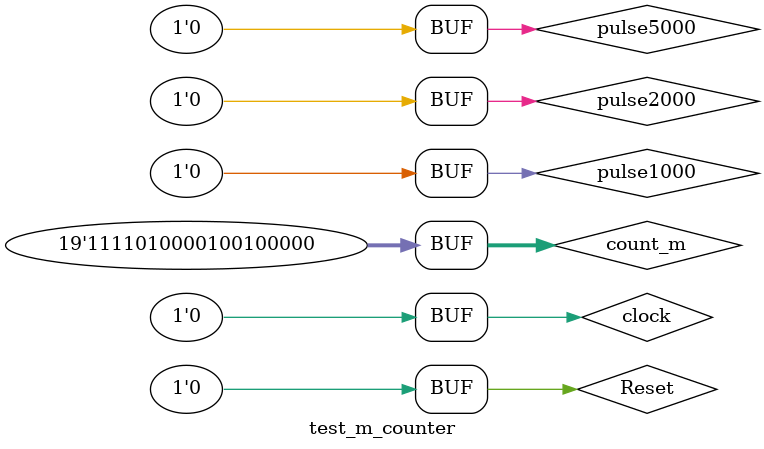
<source format=v>
module test_m_counter;
reg pulse1000, pulse2000, pulse5000, Reset, clock;
reg [18:0] count_m;
wire outr;
wire [8:0] c_1000;
wire [7:0] c_2000;
wire [6:0] c_5000;

m_counter u1(count_m, pulse1000, pulse2000, pulse5000, clock, Reset, out, c_1000, c_2000, c_5000);
initial begin
pulse1000=0; pulse2000=0; pulse5000=0; count_m=500000; clock=0; Reset=1; 
end

initial repeat (200) #5 clock=~clock;
initial repeat (60) #10 pulse1000=~pulse1000;
initial repeat (60) #15 pulse2000=~pulse2000;
initial repeat (60) #15 pulse5000=~pulse5000;


initial begin
$monitor("%d count_m=%b, pulse1000=%b, pulse2000=%b, pulse5000=%b, clock=%b, Reset=%b, out=%b, c_1000=%b, c_2000=%b, c_5000=%b",$time, count_m, pulse1000, pulse2000, pulse5000, clock, Reset, out, c_1000, c_2000, c_5000);

#15 Reset=0;
end
endmodule

</source>
